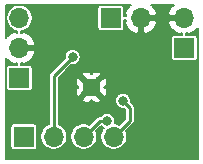
<source format=gbr>
G04 #@! TF.GenerationSoftware,KiCad,Pcbnew,5.1.5+dfsg1-2*
G04 #@! TF.CreationDate,2020-03-08T13:50:39+09:00*
G04 #@! TF.ProjectId,dbmbyhd,64626d62-7968-4642-9e6b-696361645f70,rev?*
G04 #@! TF.SameCoordinates,Original*
G04 #@! TF.FileFunction,Copper,L2,Bot*
G04 #@! TF.FilePolarity,Positive*
%FSLAX46Y46*%
G04 Gerber Fmt 4.6, Leading zero omitted, Abs format (unit mm)*
G04 Created by KiCad (PCBNEW 5.1.5+dfsg1-2) date 2020-03-08 13:50:39*
%MOMM*%
%LPD*%
G04 APERTURE LIST*
%ADD10C,0.020000*%
%ADD11C,0.600000*%
%ADD12O,1.700000X1.700000*%
%ADD13R,1.700000X1.700000*%
%ADD14C,0.800000*%
%ADD15C,0.250000*%
%ADD16C,0.150000*%
G04 APERTURE END LIST*
G04 #@! TA.AperFunction,Conductor*
D10*
G36*
X147565504Y-101638204D02*
G01*
X147589773Y-101641804D01*
X147613571Y-101647765D01*
X147636671Y-101656030D01*
X147658849Y-101666520D01*
X147679893Y-101679133D01*
X147699598Y-101693747D01*
X147717777Y-101710223D01*
X147734253Y-101728402D01*
X147748867Y-101748107D01*
X147761480Y-101769151D01*
X147771970Y-101791329D01*
X147780235Y-101814429D01*
X147786196Y-101838227D01*
X147789796Y-101862496D01*
X147791000Y-101887000D01*
X147791000Y-102837000D01*
X147789796Y-102861504D01*
X147786196Y-102885773D01*
X147780235Y-102909571D01*
X147771970Y-102932671D01*
X147761480Y-102954849D01*
X147748867Y-102975893D01*
X147734253Y-102995598D01*
X147717777Y-103013777D01*
X147699598Y-103030253D01*
X147679893Y-103044867D01*
X147658849Y-103057480D01*
X147636671Y-103067970D01*
X147613571Y-103076235D01*
X147589773Y-103082196D01*
X147565504Y-103085796D01*
X147541000Y-103087000D01*
X146591000Y-103087000D01*
X146566496Y-103085796D01*
X146542227Y-103082196D01*
X146518429Y-103076235D01*
X146495329Y-103067970D01*
X146473151Y-103057480D01*
X146452107Y-103044867D01*
X146432402Y-103030253D01*
X146414223Y-103013777D01*
X146397747Y-102995598D01*
X146383133Y-102975893D01*
X146370520Y-102954849D01*
X146360030Y-102932671D01*
X146351765Y-102909571D01*
X146345804Y-102885773D01*
X146342204Y-102861504D01*
X146341000Y-102837000D01*
X146341000Y-101887000D01*
X146342204Y-101862496D01*
X146345804Y-101838227D01*
X146351765Y-101814429D01*
X146360030Y-101791329D01*
X146370520Y-101769151D01*
X146383133Y-101748107D01*
X146397747Y-101728402D01*
X146414223Y-101710223D01*
X146432402Y-101693747D01*
X146452107Y-101679133D01*
X146473151Y-101666520D01*
X146495329Y-101656030D01*
X146518429Y-101647765D01*
X146542227Y-101641804D01*
X146566496Y-101638204D01*
X146591000Y-101637000D01*
X147541000Y-101637000D01*
X147565504Y-101638204D01*
G37*
G04 #@! TD.AperFunction*
D11*
X147491000Y-102787000D03*
X146641000Y-102787000D03*
X147491000Y-101937000D03*
X146641000Y-101937000D03*
D12*
X140970000Y-96520000D03*
X140970000Y-99060000D03*
D13*
X140970000Y-101600000D03*
D12*
X154940000Y-96520000D03*
D13*
X154940000Y-99060000D03*
D12*
X148971000Y-106553000D03*
X146431000Y-106553000D03*
X143891000Y-106553000D03*
D13*
X141351000Y-106553000D03*
D12*
X151257000Y-96520000D03*
D13*
X148717000Y-96520000D03*
D14*
X141351000Y-104267000D03*
X149159347Y-104391847D03*
X148907500Y-100520500D03*
X148399498Y-105219500D03*
X149733000Y-103505000D03*
X145478500Y-99822000D03*
D15*
X146431000Y-106553000D02*
X147764500Y-105219500D01*
X147764500Y-105219500D02*
X148399498Y-105219500D01*
X149820999Y-105703001D02*
X148971000Y-106553000D01*
X150331001Y-105192999D02*
X149820999Y-105703001D01*
X150331001Y-104103001D02*
X150331001Y-105192999D01*
X149733000Y-103505000D02*
X150331001Y-104103001D01*
X143891000Y-101409500D02*
X145078501Y-100221999D01*
X143891000Y-106553000D02*
X143891000Y-101409500D01*
X145078501Y-100221999D02*
X145478500Y-99822000D01*
D16*
G36*
X150334458Y-95423448D02*
G01*
X150138258Y-95624497D01*
X149985050Y-95859960D01*
X149880723Y-96120788D01*
X149980966Y-96340998D01*
X149843330Y-96340998D01*
X149843330Y-95670000D01*
X149838020Y-95616091D01*
X149822296Y-95564253D01*
X149796760Y-95516479D01*
X149762395Y-95474605D01*
X149720521Y-95440240D01*
X149672747Y-95414704D01*
X149620909Y-95398980D01*
X149567000Y-95393670D01*
X147867000Y-95393670D01*
X147813091Y-95398980D01*
X147761253Y-95414704D01*
X147713479Y-95440240D01*
X147671605Y-95474605D01*
X147637240Y-95516479D01*
X147611704Y-95564253D01*
X147595980Y-95616091D01*
X147590670Y-95670000D01*
X147590670Y-97370000D01*
X147595980Y-97423909D01*
X147611704Y-97475747D01*
X147637240Y-97523521D01*
X147671605Y-97565395D01*
X147713479Y-97599760D01*
X147761253Y-97625296D01*
X147813091Y-97641020D01*
X147867000Y-97646330D01*
X149567000Y-97646330D01*
X149620909Y-97641020D01*
X149672747Y-97625296D01*
X149720521Y-97599760D01*
X149762395Y-97565395D01*
X149796760Y-97523521D01*
X149822296Y-97475747D01*
X149838020Y-97423909D01*
X149843330Y-97370000D01*
X149843330Y-96699002D01*
X149980966Y-96699002D01*
X149880723Y-96919212D01*
X149985050Y-97180040D01*
X150138258Y-97415503D01*
X150334458Y-97616552D01*
X150566111Y-97775461D01*
X150824315Y-97886123D01*
X150857789Y-97896270D01*
X151078000Y-97794744D01*
X151078000Y-96699000D01*
X151436000Y-96699000D01*
X151436000Y-97794744D01*
X151656211Y-97896270D01*
X151689685Y-97886123D01*
X151947889Y-97775461D01*
X152179542Y-97616552D01*
X152375742Y-97415503D01*
X152528950Y-97180040D01*
X152633277Y-96919212D01*
X152533033Y-96699000D01*
X151436000Y-96699000D01*
X151078000Y-96699000D01*
X151058000Y-96699000D01*
X151058000Y-96341000D01*
X151078000Y-96341000D01*
X151078000Y-96321000D01*
X151436000Y-96321000D01*
X151436000Y-96341000D01*
X152533033Y-96341000D01*
X152633277Y-96120788D01*
X152528950Y-95859960D01*
X152375742Y-95624497D01*
X152179542Y-95423448D01*
X152106000Y-95373000D01*
X154087926Y-95373000D01*
X154044497Y-95401258D01*
X153843448Y-95597458D01*
X153684539Y-95829111D01*
X153573877Y-96087315D01*
X153563730Y-96120789D01*
X153665256Y-96341000D01*
X154761000Y-96341000D01*
X154761000Y-96321000D01*
X155119000Y-96321000D01*
X155119000Y-96341000D01*
X155139000Y-96341000D01*
X155139000Y-96699000D01*
X155119000Y-96699000D01*
X155119000Y-96719000D01*
X154761000Y-96719000D01*
X154761000Y-96699000D01*
X153665256Y-96699000D01*
X153563730Y-96919211D01*
X153573877Y-96952685D01*
X153684539Y-97210889D01*
X153843448Y-97442542D01*
X154044497Y-97638742D01*
X154279960Y-97791950D01*
X154540788Y-97896277D01*
X154760998Y-97796034D01*
X154760998Y-97933670D01*
X154090000Y-97933670D01*
X154036091Y-97938980D01*
X153984253Y-97954704D01*
X153936479Y-97980240D01*
X153894605Y-98014605D01*
X153860240Y-98056479D01*
X153834704Y-98104253D01*
X153818980Y-98156091D01*
X153813670Y-98210000D01*
X153813670Y-99910000D01*
X153818980Y-99963909D01*
X153834704Y-100015747D01*
X153860240Y-100063521D01*
X153894605Y-100105395D01*
X153936479Y-100139760D01*
X153984253Y-100165296D01*
X154036091Y-100181020D01*
X154090000Y-100186330D01*
X155790000Y-100186330D01*
X155843909Y-100181020D01*
X155895747Y-100165296D01*
X155943521Y-100139760D01*
X155985395Y-100105395D01*
X156019760Y-100063521D01*
X156045296Y-100015747D01*
X156061020Y-99963909D01*
X156066330Y-99910000D01*
X156066330Y-98210000D01*
X156061020Y-98156091D01*
X156045296Y-98104253D01*
X156019760Y-98056479D01*
X155985395Y-98014605D01*
X155943521Y-97980240D01*
X155895747Y-97954704D01*
X155843909Y-97938980D01*
X155790000Y-97933670D01*
X155119002Y-97933670D01*
X155119002Y-97796034D01*
X155339212Y-97896277D01*
X155600040Y-97791950D01*
X155835503Y-97638742D01*
X156036552Y-97442542D01*
X156087001Y-97368999D01*
X156087000Y-108462000D01*
X139823000Y-108462000D01*
X139823000Y-105703000D01*
X140224670Y-105703000D01*
X140224670Y-107403000D01*
X140229980Y-107456909D01*
X140245704Y-107508747D01*
X140271240Y-107556521D01*
X140305605Y-107598395D01*
X140347479Y-107632760D01*
X140395253Y-107658296D01*
X140447091Y-107674020D01*
X140501000Y-107679330D01*
X142201000Y-107679330D01*
X142254909Y-107674020D01*
X142306747Y-107658296D01*
X142354521Y-107632760D01*
X142396395Y-107598395D01*
X142430760Y-107556521D01*
X142456296Y-107508747D01*
X142472020Y-107456909D01*
X142477330Y-107403000D01*
X142477330Y-106442197D01*
X142766000Y-106442197D01*
X142766000Y-106663803D01*
X142809233Y-106881150D01*
X142894038Y-107085887D01*
X143017156Y-107270145D01*
X143173855Y-107426844D01*
X143358113Y-107549962D01*
X143562850Y-107634767D01*
X143780197Y-107678000D01*
X144001803Y-107678000D01*
X144219150Y-107634767D01*
X144423887Y-107549962D01*
X144608145Y-107426844D01*
X144764844Y-107270145D01*
X144887962Y-107085887D01*
X144972767Y-106881150D01*
X145016000Y-106663803D01*
X145016000Y-106442197D01*
X145306000Y-106442197D01*
X145306000Y-106663803D01*
X145349233Y-106881150D01*
X145434038Y-107085887D01*
X145557156Y-107270145D01*
X145713855Y-107426844D01*
X145898113Y-107549962D01*
X146102850Y-107634767D01*
X146320197Y-107678000D01*
X146541803Y-107678000D01*
X146759150Y-107634767D01*
X146963887Y-107549962D01*
X147148145Y-107426844D01*
X147304844Y-107270145D01*
X147427962Y-107085887D01*
X147512767Y-106881150D01*
X147556000Y-106663803D01*
X147556000Y-106442197D01*
X147512767Y-106224850D01*
X147457723Y-106091962D01*
X147887545Y-105662141D01*
X147969211Y-105743807D01*
X148079766Y-105817677D01*
X148104916Y-105828095D01*
X148097156Y-105835855D01*
X147974038Y-106020113D01*
X147889233Y-106224850D01*
X147846000Y-106442197D01*
X147846000Y-106663803D01*
X147889233Y-106881150D01*
X147974038Y-107085887D01*
X148097156Y-107270145D01*
X148253855Y-107426844D01*
X148438113Y-107549962D01*
X148642850Y-107634767D01*
X148860197Y-107678000D01*
X149081803Y-107678000D01*
X149299150Y-107634767D01*
X149503887Y-107549962D01*
X149688145Y-107426844D01*
X149844844Y-107270145D01*
X149967962Y-107085887D01*
X150052767Y-106881150D01*
X150096000Y-106663803D01*
X150096000Y-106442197D01*
X150052767Y-106224850D01*
X149997723Y-106091963D01*
X150117734Y-105971952D01*
X150117738Y-105971947D01*
X150599954Y-105489732D01*
X150615212Y-105477210D01*
X150652332Y-105431980D01*
X150665198Y-105416302D01*
X150702341Y-105346813D01*
X150725213Y-105271413D01*
X150732936Y-105192999D01*
X150731001Y-105173352D01*
X150731001Y-104122636D01*
X150732935Y-104103000D01*
X150731001Y-104083364D01*
X150731001Y-104083354D01*
X150725213Y-104024587D01*
X150702341Y-103949187D01*
X150665198Y-103879698D01*
X150615212Y-103818790D01*
X150599955Y-103806269D01*
X150400894Y-103607208D01*
X150408000Y-103571482D01*
X150408000Y-103438518D01*
X150382060Y-103308110D01*
X150331177Y-103185268D01*
X150257307Y-103074713D01*
X150163287Y-102980693D01*
X150052732Y-102906823D01*
X149929890Y-102855940D01*
X149799482Y-102830000D01*
X149666518Y-102830000D01*
X149536110Y-102855940D01*
X149413268Y-102906823D01*
X149302713Y-102980693D01*
X149208693Y-103074713D01*
X149134823Y-103185268D01*
X149083940Y-103308110D01*
X149058000Y-103438518D01*
X149058000Y-103571482D01*
X149083940Y-103701890D01*
X149134823Y-103824732D01*
X149208693Y-103935287D01*
X149302713Y-104029307D01*
X149413268Y-104103177D01*
X149536110Y-104154060D01*
X149666518Y-104180000D01*
X149799482Y-104180000D01*
X149835208Y-104172894D01*
X149931001Y-104268687D01*
X149931002Y-105027312D01*
X149552053Y-105406262D01*
X149552048Y-105406266D01*
X149432037Y-105526277D01*
X149299150Y-105471233D01*
X149081803Y-105428000D01*
X149043749Y-105428000D01*
X149048558Y-105416390D01*
X149074498Y-105285982D01*
X149074498Y-105153018D01*
X149048558Y-105022610D01*
X148997675Y-104899768D01*
X148923805Y-104789213D01*
X148829785Y-104695193D01*
X148719230Y-104621323D01*
X148596388Y-104570440D01*
X148465980Y-104544500D01*
X148333016Y-104544500D01*
X148202608Y-104570440D01*
X148079766Y-104621323D01*
X147969211Y-104695193D01*
X147875191Y-104789213D01*
X147854954Y-104819500D01*
X147784147Y-104819500D01*
X147764500Y-104817565D01*
X147686086Y-104825288D01*
X147610686Y-104848160D01*
X147541197Y-104885303D01*
X147495549Y-104922765D01*
X147495547Y-104922767D01*
X147480289Y-104935289D01*
X147467767Y-104950547D01*
X146892038Y-105526277D01*
X146759150Y-105471233D01*
X146541803Y-105428000D01*
X146320197Y-105428000D01*
X146102850Y-105471233D01*
X145898113Y-105556038D01*
X145713855Y-105679156D01*
X145557156Y-105835855D01*
X145434038Y-106020113D01*
X145349233Y-106224850D01*
X145306000Y-106442197D01*
X145016000Y-106442197D01*
X144972767Y-106224850D01*
X144887962Y-106020113D01*
X144764844Y-105835855D01*
X144608145Y-105679156D01*
X144423887Y-105556038D01*
X144291000Y-105500994D01*
X144291000Y-101908183D01*
X145754195Y-101908183D01*
X145765614Y-102081744D01*
X145810673Y-102249742D01*
X145832727Y-102302989D01*
X145911229Y-102310376D01*
X145962853Y-102362000D01*
X145911229Y-102413624D01*
X145832727Y-102421011D01*
X145776857Y-102585730D01*
X145754195Y-102758183D01*
X145765614Y-102931744D01*
X145810673Y-103099742D01*
X145832727Y-103152989D01*
X146005599Y-103169257D01*
X146387856Y-102787000D01*
X146382632Y-102781776D01*
X146439730Y-102801143D01*
X146608480Y-102823318D01*
X146615614Y-102931744D01*
X146646040Y-103045184D01*
X146641000Y-103040144D01*
X146258743Y-103422401D01*
X146275011Y-103595273D01*
X146439730Y-103651143D01*
X146612183Y-103673805D01*
X146785744Y-103662386D01*
X146953742Y-103617327D01*
X147006989Y-103595273D01*
X147014376Y-103516771D01*
X147066000Y-103465147D01*
X147117624Y-103516771D01*
X147125011Y-103595273D01*
X147289730Y-103651143D01*
X147462183Y-103673805D01*
X147635744Y-103662386D01*
X147803742Y-103617327D01*
X147856989Y-103595273D01*
X147873257Y-103422401D01*
X147491000Y-103040144D01*
X147485776Y-103045368D01*
X147505143Y-102988270D01*
X147527318Y-102819520D01*
X147635744Y-102812386D01*
X147749184Y-102781960D01*
X147744144Y-102787000D01*
X148126401Y-103169257D01*
X148299273Y-103152989D01*
X148355143Y-102988270D01*
X148377805Y-102815817D01*
X148366386Y-102642256D01*
X148321327Y-102474258D01*
X148299273Y-102421011D01*
X148220771Y-102413624D01*
X148169147Y-102362000D01*
X148220771Y-102310376D01*
X148299273Y-102302989D01*
X148355143Y-102138270D01*
X148377805Y-101965817D01*
X148366386Y-101792256D01*
X148321327Y-101624258D01*
X148299273Y-101571011D01*
X148126401Y-101554743D01*
X147744144Y-101937000D01*
X147749368Y-101942224D01*
X147692270Y-101922857D01*
X147523520Y-101900682D01*
X147516386Y-101792256D01*
X147485960Y-101678816D01*
X147491000Y-101683856D01*
X147873257Y-101301599D01*
X147856989Y-101128727D01*
X147692270Y-101072857D01*
X147519817Y-101050195D01*
X147346256Y-101061614D01*
X147178258Y-101106673D01*
X147125011Y-101128727D01*
X147117624Y-101207229D01*
X147066000Y-101258853D01*
X147014376Y-101207229D01*
X147006989Y-101128727D01*
X146842270Y-101072857D01*
X146669817Y-101050195D01*
X146496256Y-101061614D01*
X146328258Y-101106673D01*
X146275011Y-101128727D01*
X146258743Y-101301599D01*
X146641000Y-101683856D01*
X146646224Y-101678632D01*
X146626857Y-101735730D01*
X146604682Y-101904480D01*
X146496256Y-101911614D01*
X146382816Y-101942040D01*
X146387856Y-101937000D01*
X146005599Y-101554743D01*
X145832727Y-101571011D01*
X145776857Y-101735730D01*
X145754195Y-101908183D01*
X144291000Y-101908183D01*
X144291000Y-101575185D01*
X145375236Y-100490950D01*
X145375240Y-100490945D01*
X145376292Y-100489894D01*
X145412018Y-100497000D01*
X145544982Y-100497000D01*
X145675390Y-100471060D01*
X145798232Y-100420177D01*
X145908787Y-100346307D01*
X146002807Y-100252287D01*
X146076677Y-100141732D01*
X146127560Y-100018890D01*
X146153500Y-99888482D01*
X146153500Y-99755518D01*
X146127560Y-99625110D01*
X146076677Y-99502268D01*
X146002807Y-99391713D01*
X145908787Y-99297693D01*
X145798232Y-99223823D01*
X145675390Y-99172940D01*
X145544982Y-99147000D01*
X145412018Y-99147000D01*
X145281610Y-99172940D01*
X145158768Y-99223823D01*
X145048213Y-99297693D01*
X144954193Y-99391713D01*
X144880323Y-99502268D01*
X144829440Y-99625110D01*
X144803500Y-99755518D01*
X144803500Y-99888482D01*
X144810606Y-99924208D01*
X144809555Y-99925260D01*
X144809550Y-99925264D01*
X143622048Y-101112767D01*
X143606790Y-101125289D01*
X143594268Y-101140547D01*
X143594265Y-101140550D01*
X143556803Y-101186198D01*
X143519661Y-101255686D01*
X143496788Y-101331087D01*
X143489065Y-101409500D01*
X143491001Y-101429156D01*
X143491000Y-105500994D01*
X143358113Y-105556038D01*
X143173855Y-105679156D01*
X143017156Y-105835855D01*
X142894038Y-106020113D01*
X142809233Y-106224850D01*
X142766000Y-106442197D01*
X142477330Y-106442197D01*
X142477330Y-105703000D01*
X142472020Y-105649091D01*
X142456296Y-105597253D01*
X142430760Y-105549479D01*
X142396395Y-105507605D01*
X142354521Y-105473240D01*
X142306747Y-105447704D01*
X142254909Y-105431980D01*
X142201000Y-105426670D01*
X140501000Y-105426670D01*
X140447091Y-105431980D01*
X140395253Y-105447704D01*
X140347479Y-105473240D01*
X140305605Y-105507605D01*
X140271240Y-105549479D01*
X140245704Y-105597253D01*
X140229980Y-105649091D01*
X140224670Y-105703000D01*
X139823000Y-105703000D01*
X139823000Y-99909000D01*
X139873448Y-99982542D01*
X140074497Y-100178742D01*
X140309960Y-100331950D01*
X140570788Y-100436277D01*
X140790998Y-100336034D01*
X140790998Y-100473670D01*
X140120000Y-100473670D01*
X140066091Y-100478980D01*
X140014253Y-100494704D01*
X139966479Y-100520240D01*
X139924605Y-100554605D01*
X139890240Y-100596479D01*
X139864704Y-100644253D01*
X139848980Y-100696091D01*
X139843670Y-100750000D01*
X139843670Y-102450000D01*
X139848980Y-102503909D01*
X139864704Y-102555747D01*
X139890240Y-102603521D01*
X139924605Y-102645395D01*
X139966479Y-102679760D01*
X140014253Y-102705296D01*
X140066091Y-102721020D01*
X140120000Y-102726330D01*
X141820000Y-102726330D01*
X141873909Y-102721020D01*
X141925747Y-102705296D01*
X141973521Y-102679760D01*
X142015395Y-102645395D01*
X142049760Y-102603521D01*
X142075296Y-102555747D01*
X142091020Y-102503909D01*
X142096330Y-102450000D01*
X142096330Y-100750000D01*
X142091020Y-100696091D01*
X142075296Y-100644253D01*
X142049760Y-100596479D01*
X142015395Y-100554605D01*
X141973521Y-100520240D01*
X141925747Y-100494704D01*
X141873909Y-100478980D01*
X141820000Y-100473670D01*
X141149002Y-100473670D01*
X141149002Y-100336034D01*
X141369212Y-100436277D01*
X141630040Y-100331950D01*
X141865503Y-100178742D01*
X142066552Y-99982542D01*
X142225461Y-99750889D01*
X142336123Y-99492685D01*
X142346270Y-99459211D01*
X142244744Y-99239000D01*
X141149000Y-99239000D01*
X141149000Y-99259000D01*
X140791000Y-99259000D01*
X140791000Y-99239000D01*
X140771000Y-99239000D01*
X140771000Y-98881000D01*
X140791000Y-98881000D01*
X140791000Y-98861000D01*
X141149000Y-98861000D01*
X141149000Y-98881000D01*
X142244744Y-98881000D01*
X142346270Y-98660789D01*
X142336123Y-98627315D01*
X142225461Y-98369111D01*
X142066552Y-98137458D01*
X141865503Y-97941258D01*
X141630040Y-97788050D01*
X141369212Y-97683723D01*
X141149002Y-97783966D01*
X141149002Y-97631434D01*
X141298150Y-97601767D01*
X141502887Y-97516962D01*
X141687145Y-97393844D01*
X141843844Y-97237145D01*
X141966962Y-97052887D01*
X142051767Y-96848150D01*
X142095000Y-96630803D01*
X142095000Y-96409197D01*
X142051767Y-96191850D01*
X141966962Y-95987113D01*
X141843844Y-95802855D01*
X141687145Y-95646156D01*
X141502887Y-95523038D01*
X141298150Y-95438233D01*
X141080803Y-95395000D01*
X140859197Y-95395000D01*
X140641850Y-95438233D01*
X140437113Y-95523038D01*
X140252855Y-95646156D01*
X140096156Y-95802855D01*
X139973038Y-95987113D01*
X139888233Y-96191850D01*
X139845000Y-96409197D01*
X139845000Y-96630803D01*
X139888233Y-96848150D01*
X139973038Y-97052887D01*
X140096156Y-97237145D01*
X140252855Y-97393844D01*
X140437113Y-97516962D01*
X140641850Y-97601767D01*
X140790998Y-97631434D01*
X140790998Y-97783966D01*
X140570788Y-97683723D01*
X140309960Y-97788050D01*
X140074497Y-97941258D01*
X139873448Y-98137458D01*
X139823000Y-98211000D01*
X139823000Y-95373000D01*
X150408000Y-95373000D01*
X150334458Y-95423448D01*
G37*
X150334458Y-95423448D02*
X150138258Y-95624497D01*
X149985050Y-95859960D01*
X149880723Y-96120788D01*
X149980966Y-96340998D01*
X149843330Y-96340998D01*
X149843330Y-95670000D01*
X149838020Y-95616091D01*
X149822296Y-95564253D01*
X149796760Y-95516479D01*
X149762395Y-95474605D01*
X149720521Y-95440240D01*
X149672747Y-95414704D01*
X149620909Y-95398980D01*
X149567000Y-95393670D01*
X147867000Y-95393670D01*
X147813091Y-95398980D01*
X147761253Y-95414704D01*
X147713479Y-95440240D01*
X147671605Y-95474605D01*
X147637240Y-95516479D01*
X147611704Y-95564253D01*
X147595980Y-95616091D01*
X147590670Y-95670000D01*
X147590670Y-97370000D01*
X147595980Y-97423909D01*
X147611704Y-97475747D01*
X147637240Y-97523521D01*
X147671605Y-97565395D01*
X147713479Y-97599760D01*
X147761253Y-97625296D01*
X147813091Y-97641020D01*
X147867000Y-97646330D01*
X149567000Y-97646330D01*
X149620909Y-97641020D01*
X149672747Y-97625296D01*
X149720521Y-97599760D01*
X149762395Y-97565395D01*
X149796760Y-97523521D01*
X149822296Y-97475747D01*
X149838020Y-97423909D01*
X149843330Y-97370000D01*
X149843330Y-96699002D01*
X149980966Y-96699002D01*
X149880723Y-96919212D01*
X149985050Y-97180040D01*
X150138258Y-97415503D01*
X150334458Y-97616552D01*
X150566111Y-97775461D01*
X150824315Y-97886123D01*
X150857789Y-97896270D01*
X151078000Y-97794744D01*
X151078000Y-96699000D01*
X151436000Y-96699000D01*
X151436000Y-97794744D01*
X151656211Y-97896270D01*
X151689685Y-97886123D01*
X151947889Y-97775461D01*
X152179542Y-97616552D01*
X152375742Y-97415503D01*
X152528950Y-97180040D01*
X152633277Y-96919212D01*
X152533033Y-96699000D01*
X151436000Y-96699000D01*
X151078000Y-96699000D01*
X151058000Y-96699000D01*
X151058000Y-96341000D01*
X151078000Y-96341000D01*
X151078000Y-96321000D01*
X151436000Y-96321000D01*
X151436000Y-96341000D01*
X152533033Y-96341000D01*
X152633277Y-96120788D01*
X152528950Y-95859960D01*
X152375742Y-95624497D01*
X152179542Y-95423448D01*
X152106000Y-95373000D01*
X154087926Y-95373000D01*
X154044497Y-95401258D01*
X153843448Y-95597458D01*
X153684539Y-95829111D01*
X153573877Y-96087315D01*
X153563730Y-96120789D01*
X153665256Y-96341000D01*
X154761000Y-96341000D01*
X154761000Y-96321000D01*
X155119000Y-96321000D01*
X155119000Y-96341000D01*
X155139000Y-96341000D01*
X155139000Y-96699000D01*
X155119000Y-96699000D01*
X155119000Y-96719000D01*
X154761000Y-96719000D01*
X154761000Y-96699000D01*
X153665256Y-96699000D01*
X153563730Y-96919211D01*
X153573877Y-96952685D01*
X153684539Y-97210889D01*
X153843448Y-97442542D01*
X154044497Y-97638742D01*
X154279960Y-97791950D01*
X154540788Y-97896277D01*
X154760998Y-97796034D01*
X154760998Y-97933670D01*
X154090000Y-97933670D01*
X154036091Y-97938980D01*
X153984253Y-97954704D01*
X153936479Y-97980240D01*
X153894605Y-98014605D01*
X153860240Y-98056479D01*
X153834704Y-98104253D01*
X153818980Y-98156091D01*
X153813670Y-98210000D01*
X153813670Y-99910000D01*
X153818980Y-99963909D01*
X153834704Y-100015747D01*
X153860240Y-100063521D01*
X153894605Y-100105395D01*
X153936479Y-100139760D01*
X153984253Y-100165296D01*
X154036091Y-100181020D01*
X154090000Y-100186330D01*
X155790000Y-100186330D01*
X155843909Y-100181020D01*
X155895747Y-100165296D01*
X155943521Y-100139760D01*
X155985395Y-100105395D01*
X156019760Y-100063521D01*
X156045296Y-100015747D01*
X156061020Y-99963909D01*
X156066330Y-99910000D01*
X156066330Y-98210000D01*
X156061020Y-98156091D01*
X156045296Y-98104253D01*
X156019760Y-98056479D01*
X155985395Y-98014605D01*
X155943521Y-97980240D01*
X155895747Y-97954704D01*
X155843909Y-97938980D01*
X155790000Y-97933670D01*
X155119002Y-97933670D01*
X155119002Y-97796034D01*
X155339212Y-97896277D01*
X155600040Y-97791950D01*
X155835503Y-97638742D01*
X156036552Y-97442542D01*
X156087001Y-97368999D01*
X156087000Y-108462000D01*
X139823000Y-108462000D01*
X139823000Y-105703000D01*
X140224670Y-105703000D01*
X140224670Y-107403000D01*
X140229980Y-107456909D01*
X140245704Y-107508747D01*
X140271240Y-107556521D01*
X140305605Y-107598395D01*
X140347479Y-107632760D01*
X140395253Y-107658296D01*
X140447091Y-107674020D01*
X140501000Y-107679330D01*
X142201000Y-107679330D01*
X142254909Y-107674020D01*
X142306747Y-107658296D01*
X142354521Y-107632760D01*
X142396395Y-107598395D01*
X142430760Y-107556521D01*
X142456296Y-107508747D01*
X142472020Y-107456909D01*
X142477330Y-107403000D01*
X142477330Y-106442197D01*
X142766000Y-106442197D01*
X142766000Y-106663803D01*
X142809233Y-106881150D01*
X142894038Y-107085887D01*
X143017156Y-107270145D01*
X143173855Y-107426844D01*
X143358113Y-107549962D01*
X143562850Y-107634767D01*
X143780197Y-107678000D01*
X144001803Y-107678000D01*
X144219150Y-107634767D01*
X144423887Y-107549962D01*
X144608145Y-107426844D01*
X144764844Y-107270145D01*
X144887962Y-107085887D01*
X144972767Y-106881150D01*
X145016000Y-106663803D01*
X145016000Y-106442197D01*
X145306000Y-106442197D01*
X145306000Y-106663803D01*
X145349233Y-106881150D01*
X145434038Y-107085887D01*
X145557156Y-107270145D01*
X145713855Y-107426844D01*
X145898113Y-107549962D01*
X146102850Y-107634767D01*
X146320197Y-107678000D01*
X146541803Y-107678000D01*
X146759150Y-107634767D01*
X146963887Y-107549962D01*
X147148145Y-107426844D01*
X147304844Y-107270145D01*
X147427962Y-107085887D01*
X147512767Y-106881150D01*
X147556000Y-106663803D01*
X147556000Y-106442197D01*
X147512767Y-106224850D01*
X147457723Y-106091962D01*
X147887545Y-105662141D01*
X147969211Y-105743807D01*
X148079766Y-105817677D01*
X148104916Y-105828095D01*
X148097156Y-105835855D01*
X147974038Y-106020113D01*
X147889233Y-106224850D01*
X147846000Y-106442197D01*
X147846000Y-106663803D01*
X147889233Y-106881150D01*
X147974038Y-107085887D01*
X148097156Y-107270145D01*
X148253855Y-107426844D01*
X148438113Y-107549962D01*
X148642850Y-107634767D01*
X148860197Y-107678000D01*
X149081803Y-107678000D01*
X149299150Y-107634767D01*
X149503887Y-107549962D01*
X149688145Y-107426844D01*
X149844844Y-107270145D01*
X149967962Y-107085887D01*
X150052767Y-106881150D01*
X150096000Y-106663803D01*
X150096000Y-106442197D01*
X150052767Y-106224850D01*
X149997723Y-106091963D01*
X150117734Y-105971952D01*
X150117738Y-105971947D01*
X150599954Y-105489732D01*
X150615212Y-105477210D01*
X150652332Y-105431980D01*
X150665198Y-105416302D01*
X150702341Y-105346813D01*
X150725213Y-105271413D01*
X150732936Y-105192999D01*
X150731001Y-105173352D01*
X150731001Y-104122636D01*
X150732935Y-104103000D01*
X150731001Y-104083364D01*
X150731001Y-104083354D01*
X150725213Y-104024587D01*
X150702341Y-103949187D01*
X150665198Y-103879698D01*
X150615212Y-103818790D01*
X150599955Y-103806269D01*
X150400894Y-103607208D01*
X150408000Y-103571482D01*
X150408000Y-103438518D01*
X150382060Y-103308110D01*
X150331177Y-103185268D01*
X150257307Y-103074713D01*
X150163287Y-102980693D01*
X150052732Y-102906823D01*
X149929890Y-102855940D01*
X149799482Y-102830000D01*
X149666518Y-102830000D01*
X149536110Y-102855940D01*
X149413268Y-102906823D01*
X149302713Y-102980693D01*
X149208693Y-103074713D01*
X149134823Y-103185268D01*
X149083940Y-103308110D01*
X149058000Y-103438518D01*
X149058000Y-103571482D01*
X149083940Y-103701890D01*
X149134823Y-103824732D01*
X149208693Y-103935287D01*
X149302713Y-104029307D01*
X149413268Y-104103177D01*
X149536110Y-104154060D01*
X149666518Y-104180000D01*
X149799482Y-104180000D01*
X149835208Y-104172894D01*
X149931001Y-104268687D01*
X149931002Y-105027312D01*
X149552053Y-105406262D01*
X149552048Y-105406266D01*
X149432037Y-105526277D01*
X149299150Y-105471233D01*
X149081803Y-105428000D01*
X149043749Y-105428000D01*
X149048558Y-105416390D01*
X149074498Y-105285982D01*
X149074498Y-105153018D01*
X149048558Y-105022610D01*
X148997675Y-104899768D01*
X148923805Y-104789213D01*
X148829785Y-104695193D01*
X148719230Y-104621323D01*
X148596388Y-104570440D01*
X148465980Y-104544500D01*
X148333016Y-104544500D01*
X148202608Y-104570440D01*
X148079766Y-104621323D01*
X147969211Y-104695193D01*
X147875191Y-104789213D01*
X147854954Y-104819500D01*
X147784147Y-104819500D01*
X147764500Y-104817565D01*
X147686086Y-104825288D01*
X147610686Y-104848160D01*
X147541197Y-104885303D01*
X147495549Y-104922765D01*
X147495547Y-104922767D01*
X147480289Y-104935289D01*
X147467767Y-104950547D01*
X146892038Y-105526277D01*
X146759150Y-105471233D01*
X146541803Y-105428000D01*
X146320197Y-105428000D01*
X146102850Y-105471233D01*
X145898113Y-105556038D01*
X145713855Y-105679156D01*
X145557156Y-105835855D01*
X145434038Y-106020113D01*
X145349233Y-106224850D01*
X145306000Y-106442197D01*
X145016000Y-106442197D01*
X144972767Y-106224850D01*
X144887962Y-106020113D01*
X144764844Y-105835855D01*
X144608145Y-105679156D01*
X144423887Y-105556038D01*
X144291000Y-105500994D01*
X144291000Y-101908183D01*
X145754195Y-101908183D01*
X145765614Y-102081744D01*
X145810673Y-102249742D01*
X145832727Y-102302989D01*
X145911229Y-102310376D01*
X145962853Y-102362000D01*
X145911229Y-102413624D01*
X145832727Y-102421011D01*
X145776857Y-102585730D01*
X145754195Y-102758183D01*
X145765614Y-102931744D01*
X145810673Y-103099742D01*
X145832727Y-103152989D01*
X146005599Y-103169257D01*
X146387856Y-102787000D01*
X146382632Y-102781776D01*
X146439730Y-102801143D01*
X146608480Y-102823318D01*
X146615614Y-102931744D01*
X146646040Y-103045184D01*
X146641000Y-103040144D01*
X146258743Y-103422401D01*
X146275011Y-103595273D01*
X146439730Y-103651143D01*
X146612183Y-103673805D01*
X146785744Y-103662386D01*
X146953742Y-103617327D01*
X147006989Y-103595273D01*
X147014376Y-103516771D01*
X147066000Y-103465147D01*
X147117624Y-103516771D01*
X147125011Y-103595273D01*
X147289730Y-103651143D01*
X147462183Y-103673805D01*
X147635744Y-103662386D01*
X147803742Y-103617327D01*
X147856989Y-103595273D01*
X147873257Y-103422401D01*
X147491000Y-103040144D01*
X147485776Y-103045368D01*
X147505143Y-102988270D01*
X147527318Y-102819520D01*
X147635744Y-102812386D01*
X147749184Y-102781960D01*
X147744144Y-102787000D01*
X148126401Y-103169257D01*
X148299273Y-103152989D01*
X148355143Y-102988270D01*
X148377805Y-102815817D01*
X148366386Y-102642256D01*
X148321327Y-102474258D01*
X148299273Y-102421011D01*
X148220771Y-102413624D01*
X148169147Y-102362000D01*
X148220771Y-102310376D01*
X148299273Y-102302989D01*
X148355143Y-102138270D01*
X148377805Y-101965817D01*
X148366386Y-101792256D01*
X148321327Y-101624258D01*
X148299273Y-101571011D01*
X148126401Y-101554743D01*
X147744144Y-101937000D01*
X147749368Y-101942224D01*
X147692270Y-101922857D01*
X147523520Y-101900682D01*
X147516386Y-101792256D01*
X147485960Y-101678816D01*
X147491000Y-101683856D01*
X147873257Y-101301599D01*
X147856989Y-101128727D01*
X147692270Y-101072857D01*
X147519817Y-101050195D01*
X147346256Y-101061614D01*
X147178258Y-101106673D01*
X147125011Y-101128727D01*
X147117624Y-101207229D01*
X147066000Y-101258853D01*
X147014376Y-101207229D01*
X147006989Y-101128727D01*
X146842270Y-101072857D01*
X146669817Y-101050195D01*
X146496256Y-101061614D01*
X146328258Y-101106673D01*
X146275011Y-101128727D01*
X146258743Y-101301599D01*
X146641000Y-101683856D01*
X146646224Y-101678632D01*
X146626857Y-101735730D01*
X146604682Y-101904480D01*
X146496256Y-101911614D01*
X146382816Y-101942040D01*
X146387856Y-101937000D01*
X146005599Y-101554743D01*
X145832727Y-101571011D01*
X145776857Y-101735730D01*
X145754195Y-101908183D01*
X144291000Y-101908183D01*
X144291000Y-101575185D01*
X145375236Y-100490950D01*
X145375240Y-100490945D01*
X145376292Y-100489894D01*
X145412018Y-100497000D01*
X145544982Y-100497000D01*
X145675390Y-100471060D01*
X145798232Y-100420177D01*
X145908787Y-100346307D01*
X146002807Y-100252287D01*
X146076677Y-100141732D01*
X146127560Y-100018890D01*
X146153500Y-99888482D01*
X146153500Y-99755518D01*
X146127560Y-99625110D01*
X146076677Y-99502268D01*
X146002807Y-99391713D01*
X145908787Y-99297693D01*
X145798232Y-99223823D01*
X145675390Y-99172940D01*
X145544982Y-99147000D01*
X145412018Y-99147000D01*
X145281610Y-99172940D01*
X145158768Y-99223823D01*
X145048213Y-99297693D01*
X144954193Y-99391713D01*
X144880323Y-99502268D01*
X144829440Y-99625110D01*
X144803500Y-99755518D01*
X144803500Y-99888482D01*
X144810606Y-99924208D01*
X144809555Y-99925260D01*
X144809550Y-99925264D01*
X143622048Y-101112767D01*
X143606790Y-101125289D01*
X143594268Y-101140547D01*
X143594265Y-101140550D01*
X143556803Y-101186198D01*
X143519661Y-101255686D01*
X143496788Y-101331087D01*
X143489065Y-101409500D01*
X143491001Y-101429156D01*
X143491000Y-105500994D01*
X143358113Y-105556038D01*
X143173855Y-105679156D01*
X143017156Y-105835855D01*
X142894038Y-106020113D01*
X142809233Y-106224850D01*
X142766000Y-106442197D01*
X142477330Y-106442197D01*
X142477330Y-105703000D01*
X142472020Y-105649091D01*
X142456296Y-105597253D01*
X142430760Y-105549479D01*
X142396395Y-105507605D01*
X142354521Y-105473240D01*
X142306747Y-105447704D01*
X142254909Y-105431980D01*
X142201000Y-105426670D01*
X140501000Y-105426670D01*
X140447091Y-105431980D01*
X140395253Y-105447704D01*
X140347479Y-105473240D01*
X140305605Y-105507605D01*
X140271240Y-105549479D01*
X140245704Y-105597253D01*
X140229980Y-105649091D01*
X140224670Y-105703000D01*
X139823000Y-105703000D01*
X139823000Y-99909000D01*
X139873448Y-99982542D01*
X140074497Y-100178742D01*
X140309960Y-100331950D01*
X140570788Y-100436277D01*
X140790998Y-100336034D01*
X140790998Y-100473670D01*
X140120000Y-100473670D01*
X140066091Y-100478980D01*
X140014253Y-100494704D01*
X139966479Y-100520240D01*
X139924605Y-100554605D01*
X139890240Y-100596479D01*
X139864704Y-100644253D01*
X139848980Y-100696091D01*
X139843670Y-100750000D01*
X139843670Y-102450000D01*
X139848980Y-102503909D01*
X139864704Y-102555747D01*
X139890240Y-102603521D01*
X139924605Y-102645395D01*
X139966479Y-102679760D01*
X140014253Y-102705296D01*
X140066091Y-102721020D01*
X140120000Y-102726330D01*
X141820000Y-102726330D01*
X141873909Y-102721020D01*
X141925747Y-102705296D01*
X141973521Y-102679760D01*
X142015395Y-102645395D01*
X142049760Y-102603521D01*
X142075296Y-102555747D01*
X142091020Y-102503909D01*
X142096330Y-102450000D01*
X142096330Y-100750000D01*
X142091020Y-100696091D01*
X142075296Y-100644253D01*
X142049760Y-100596479D01*
X142015395Y-100554605D01*
X141973521Y-100520240D01*
X141925747Y-100494704D01*
X141873909Y-100478980D01*
X141820000Y-100473670D01*
X141149002Y-100473670D01*
X141149002Y-100336034D01*
X141369212Y-100436277D01*
X141630040Y-100331950D01*
X141865503Y-100178742D01*
X142066552Y-99982542D01*
X142225461Y-99750889D01*
X142336123Y-99492685D01*
X142346270Y-99459211D01*
X142244744Y-99239000D01*
X141149000Y-99239000D01*
X141149000Y-99259000D01*
X140791000Y-99259000D01*
X140791000Y-99239000D01*
X140771000Y-99239000D01*
X140771000Y-98881000D01*
X140791000Y-98881000D01*
X140791000Y-98861000D01*
X141149000Y-98861000D01*
X141149000Y-98881000D01*
X142244744Y-98881000D01*
X142346270Y-98660789D01*
X142336123Y-98627315D01*
X142225461Y-98369111D01*
X142066552Y-98137458D01*
X141865503Y-97941258D01*
X141630040Y-97788050D01*
X141369212Y-97683723D01*
X141149002Y-97783966D01*
X141149002Y-97631434D01*
X141298150Y-97601767D01*
X141502887Y-97516962D01*
X141687145Y-97393844D01*
X141843844Y-97237145D01*
X141966962Y-97052887D01*
X142051767Y-96848150D01*
X142095000Y-96630803D01*
X142095000Y-96409197D01*
X142051767Y-96191850D01*
X141966962Y-95987113D01*
X141843844Y-95802855D01*
X141687145Y-95646156D01*
X141502887Y-95523038D01*
X141298150Y-95438233D01*
X141080803Y-95395000D01*
X140859197Y-95395000D01*
X140641850Y-95438233D01*
X140437113Y-95523038D01*
X140252855Y-95646156D01*
X140096156Y-95802855D01*
X139973038Y-95987113D01*
X139888233Y-96191850D01*
X139845000Y-96409197D01*
X139845000Y-96630803D01*
X139888233Y-96848150D01*
X139973038Y-97052887D01*
X140096156Y-97237145D01*
X140252855Y-97393844D01*
X140437113Y-97516962D01*
X140641850Y-97601767D01*
X140790998Y-97631434D01*
X140790998Y-97783966D01*
X140570788Y-97683723D01*
X140309960Y-97788050D01*
X140074497Y-97941258D01*
X139873448Y-98137458D01*
X139823000Y-98211000D01*
X139823000Y-95373000D01*
X150408000Y-95373000D01*
X150334458Y-95423448D01*
M02*

</source>
